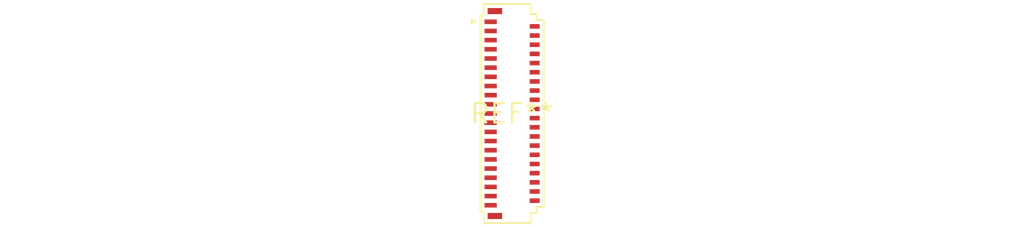
<source format=kicad_pcb>
(kicad_pcb (version 20240108) (generator pcbnew)
  (layers (0 "F.Cu" signal) (31 "B.Cu" signal) (34 "B.Paste" user) (35 "F.Paste" user) (36 "B.SilkS" user "B.Silkscreen") (37 "F.SilkS" user "F.Silkscreen") (38 "B.Mask" user) (39 "F.Mask" user) (44 "Edge.Cuts" user))
  (net 0 "")
  (footprint "Hirose_FH26-41S-0.3SHW_2Rows-41Pins-1MP_P0.60mm_Horizontal" (layer "F.Cu") (at 0 0)
    (property "Reference" "REF**")
    (property "Value" "Hirose_FH26-41S-0.3SHW_2Rows-41Pins-1MP_P0.60mm_Horizontal")
    (fp_line (start -2.622132 -6.15) (end -2.41 -6) (layer "F.SilkS") (stroke (width 0.12)))
    (fp_line (start -2.622132 -5.85) (end -2.622132 -6.15) (layer "F.SilkS") (stroke (width 0.12)))
    (fp_line (start -2.41 -6) (end -2.622132 -5.85) (layer "F.SilkS") (stroke (width 0.12)))
    (fp_line (start -2.06 -6.41) (end -2.06 0) (layer "F.SilkS") (stroke (width 0.12)))
    (fp_line (start -2.06 6.41) (end -2.06 0) (layer "F.SilkS") (stroke (width 0.12)))
    (fp_line (start -1.86 -7.16) (end -1.86 -6.41) (layer "F.SilkS") (stroke (width 0.12)))
    (fp_line (start -1.86 -6.41) (end -2.06 -6.41) (layer "F.SilkS") (stroke (width 0.12)))
    (fp_line (start -1.86 6.41) (end -2.06 6.41) (layer "F.SilkS") (stroke (width 0.12)))
    (fp_line (start -1.86 7.16) (end -1.86 6.41) (layer "F.SilkS") (stroke (width 0.12)))
    (fp_line (start 1.21 -7.16) (end -1.86 -7.16) (layer "F.SilkS") (stroke (width 0.12)))
    (fp_line (start 1.21 -6.51) (end 1.21 -7.16) (layer "F.SilkS") (stroke (width 0.12)))
    (fp_line (start 1.21 6.51) (end 1.21 7.16) (layer "F.SilkS") (stroke (width 0.12)))
    (fp_line (start 1.21 7.16) (end -1.86 7.16) (layer "F.SilkS") (stroke (width 0.12)))
    (fp_line (start 1.61 -6.51) (end 1.21 -6.51) (layer "F.SilkS") (stroke (width 0.12)))
    (fp_line (start 1.61 -6.11) (end 1.61 -6.51) (layer "F.SilkS") (stroke (width 0.12)))
    (fp_line (start 1.61 6.11) (end 1.61 6.51) (layer "F.SilkS") (stroke (width 0.12)))
    (fp_line (start 1.61 6.51) (end 1.21 6.51) (layer "F.SilkS") (stroke (width 0.12)))
    (fp_line (start 2.06 -6.11) (end 1.61 -6.11) (layer "F.SilkS") (stroke (width 0.12)))
    (fp_line (start 2.06 0) (end 2.06 -6.11) (layer "F.SilkS") (stroke (width 0.12)))
    (fp_line (start 2.06 0) (end 2.06 6.11) (layer "F.SilkS") (stroke (width 0.12)))
    (fp_line (start 2.06 6.11) (end 1.61 6.11) (layer "F.SilkS") (stroke (width 0.12)))
    (pad "1" smd rect (at -1.4 -6) (size 0.8 0.3) (layers "F.Cu" "F.Paste" "F.Mask"))
    (pad "2" smd rect (at 1.475 -5.7) (size 0.65 0.3) (layers "F.Cu" "F.Paste" "F.Mask"))
    (pad "3" smd rect (at -1.4 -5.4) (size 0.8 0.3) (layers "F.Cu" "F.Paste" "F.Mask"))
    (pad "4" smd rect (at 1.475 -5.1) (size 0.65 0.3) (layers "F.Cu" "F.Paste" "F.Mask"))
    (pad "5" smd rect (at -1.4 -4.8) (size 0.8 0.3) (layers "F.Cu" "F.Paste" "F.Mask"))
    (pad "6" smd rect (at 1.475 -4.5) (size 0.65 0.3) (layers "F.Cu" "F.Paste" "F.Mask"))
    (pad "7" smd rect (at -1.4 -4.2) (size 0.8 0.3) (layers "F.Cu" "F.Paste" "F.Mask"))
    (pad "8" smd rect (at 1.475 -3.9) (size 0.65 0.3) (layers "F.Cu" "F.Paste" "F.Mask"))
    (pad "9" smd rect (at -1.4 -3.6) (size 0.8 0.3) (layers "F.Cu" "F.Paste" "F.Mask"))
    (pad "10" smd rect (at 1.475 -3.3) (size 0.65 0.3) (layers "F.Cu" "F.Paste" "F.Mask"))
    (pad "11" smd rect (at -1.4 -3) (size 0.8 0.3) (layers "F.Cu" "F.Paste" "F.Mask"))
    (pad "12" smd rect (at 1.475 -2.7) (size 0.65 0.3) (layers "F.Cu" "F.Paste" "F.Mask"))
    (pad "13" smd rect (at -1.4 -2.4) (size 0.8 0.3) (layers "F.Cu" "F.Paste" "F.Mask"))
    (pad "14" smd rect (at 1.475 -2.1) (size 0.65 0.3) (layers "F.Cu" "F.Paste" "F.Mask"))
    (pad "15" smd rect (at -1.4 -1.8) (size 0.8 0.3) (layers "F.Cu" "F.Paste" "F.Mask"))
    (pad "16" smd rect (at 1.475 -1.5) (size 0.65 0.3) (layers "F.Cu" "F.Paste" "F.Mask"))
    (pad "17" smd rect (at -1.4 -1.2) (size 0.8 0.3) (layers "F.Cu" "F.Paste" "F.Mask"))
    (pad "18" smd rect (at 1.475 -0.9) (size 0.65 0.3) (layers "F.Cu" "F.Paste" "F.Mask"))
    (pad "19" smd rect (at -1.4 -0.6) (size 0.8 0.3) (layers "F.Cu" "F.Paste" "F.Mask"))
    (pad "20" smd rect (at 1.475 -0.3) (size 0.65 0.3) (layers "F.Cu" "F.Paste" "F.Mask"))
    (pad "21" smd rect (at -1.4 0) (size 0.8 0.3) (layers "F.Cu" "F.Paste" "F.Mask"))
    (pad "22" smd rect (at 1.475 0.3) (size 0.65 0.3) (layers "F.Cu" "F.Paste" "F.Mask"))
    (pad "23" smd rect (at -1.4 0.6) (size 0.8 0.3) (layers "F.Cu" "F.Paste" "F.Mask"))
    (pad "24" smd rect (at 1.475 0.9) (size 0.65 0.3) (layers "F.Cu" "F.Paste" "F.Mask"))
    (pad "25" smd rect (at -1.4 1.2) (size 0.8 0.3) (layers "F.Cu" "F.Paste" "F.Mask"))
    (pad "26" smd rect (at 1.475 1.5) (size 0.65 0.3) (layers "F.Cu" "F.Paste" "F.Mask"))
    (pad "27" smd rect (at -1.4 1.8) (size 0.8 0.3) (layers "F.Cu" "F.Paste" "F.Mask"))
    (pad "28" smd rect (at 1.475 2.1) (size 0.65 0.3) (layers "F.Cu" "F.Paste" "F.Mask"))
    (pad "29" smd rect (at -1.4 2.4) (size 0.8 0.3) (layers "F.Cu" "F.Paste" "F.Mask"))
    (pad "30" smd rect (at 1.475 2.7) (size 0.65 0.3) (layers "F.Cu" "F.Paste" "F.Mask"))
    (pad "31" smd rect (at -1.4 3) (size 0.8 0.3) (layers "F.Cu" "F.Paste" "F.Mask"))
    (pad "32" smd rect (at 1.475 3.3) (size 0.65 0.3) (layers "F.Cu" "F.Paste" "F.Mask"))
    (pad "33" smd rect (at -1.4 3.6) (size 0.8 0.3) (layers "F.Cu" "F.Paste" "F.Mask"))
    (pad "34" smd rect (at 1.475 3.9) (size 0.65 0.3) (layers "F.Cu" "F.Paste" "F.Mask"))
    (pad "35" smd rect (at -1.4 4.2) (size 0.8 0.3) (layers "F.Cu" "F.Paste" "F.Mask"))
    (pad "36" smd rect (at 1.475 4.5) (size 0.65 0.3) (layers "F.Cu" "F.Paste" "F.Mask"))
    (pad "37" smd rect (at -1.4 4.8) (size 0.8 0.3) (layers "F.Cu" "F.Paste" "F.Mask"))
    (pad "38" smd rect (at 1.475 5.1) (size 0.65 0.3) (layers "F.Cu" "F.Paste" "F.Mask"))
    (pad "39" smd rect (at -1.4 5.4) (size 0.8 0.3) (layers "F.Cu" "F.Paste" "F.Mask"))
    (pad "40" smd rect (at 1.475 5.7) (size 0.65 0.3) (layers "F.Cu" "F.Paste" "F.Mask"))
    (pad "41" smd rect (at -1.4 6) (size 0.8 0.3) (layers "F.Cu" "F.Paste" "F.Mask"))
    (pad "MP" smd rect (at -1.125 -6.7) (size 0.95 0.4) (layers "F.Cu" "F.Paste" "F.Mask"))
    (pad "MP" smd rect (at -1.125 6.7) (size 0.95 0.4) (layers "F.Cu" "F.Paste" "F.Mask"))
  )
)
</source>
